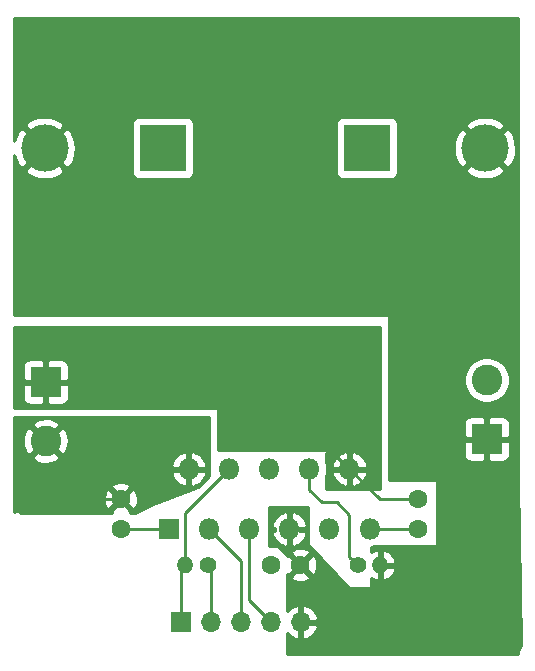
<source format=gbl>
G04 #@! TF.GenerationSoftware,KiCad,Pcbnew,(5.1.10)-1*
G04 #@! TF.CreationDate,2021-10-30T22:31:52+03:00*
G04 #@! TF.ProjectId,cmd_module_booster,636d645f-6d6f-4647-956c-655f626f6f73,rev?*
G04 #@! TF.SameCoordinates,Original*
G04 #@! TF.FileFunction,Copper,L2,Bot*
G04 #@! TF.FilePolarity,Positive*
%FSLAX46Y46*%
G04 Gerber Fmt 4.6, Leading zero omitted, Abs format (unit mm)*
G04 Created by KiCad (PCBNEW (5.1.10)-1) date 2021-10-30 22:31:52*
%MOMM*%
%LPD*%
G01*
G04 APERTURE LIST*
G04 #@! TA.AperFunction,ComponentPad*
%ADD10O,1.700000X1.700000*%
G04 #@! TD*
G04 #@! TA.AperFunction,ComponentPad*
%ADD11R,1.700000X1.700000*%
G04 #@! TD*
G04 #@! TA.AperFunction,ComponentPad*
%ADD12C,2.600000*%
G04 #@! TD*
G04 #@! TA.AperFunction,ComponentPad*
%ADD13R,2.600000X2.600000*%
G04 #@! TD*
G04 #@! TA.AperFunction,ComponentPad*
%ADD14C,4.000000*%
G04 #@! TD*
G04 #@! TA.AperFunction,ComponentPad*
%ADD15R,4.000000X4.000000*%
G04 #@! TD*
G04 #@! TA.AperFunction,ComponentPad*
%ADD16O,1.800000X1.800000*%
G04 #@! TD*
G04 #@! TA.AperFunction,ComponentPad*
%ADD17R,1.800000X1.800000*%
G04 #@! TD*
G04 #@! TA.AperFunction,ComponentPad*
%ADD18O,1.400000X1.400000*%
G04 #@! TD*
G04 #@! TA.AperFunction,ComponentPad*
%ADD19C,1.400000*%
G04 #@! TD*
G04 #@! TA.AperFunction,ComponentPad*
%ADD20C,1.600000*%
G04 #@! TD*
G04 #@! TA.AperFunction,Conductor*
%ADD21C,0.250000*%
G04 #@! TD*
G04 #@! TA.AperFunction,Conductor*
%ADD22C,0.254000*%
G04 #@! TD*
G04 #@! TA.AperFunction,Conductor*
%ADD23C,0.150000*%
G04 #@! TD*
G04 APERTURE END LIST*
D10*
X119380000Y-156972000D03*
X116840000Y-156972000D03*
X114300000Y-156972000D03*
X111760000Y-156972000D03*
D11*
X109220000Y-156972000D03*
D12*
X135128000Y-136478000D03*
D13*
X135128000Y-141478000D03*
D14*
X97696000Y-116840000D03*
D15*
X107696000Y-116840000D03*
D14*
X134968000Y-116840000D03*
D15*
X124968000Y-116840000D03*
D16*
X125204000Y-149098000D03*
X123504000Y-144018000D03*
X121804000Y-149098000D03*
X120104000Y-144018000D03*
X118404000Y-149098000D03*
X116704000Y-144018000D03*
X115004000Y-149098000D03*
X113304000Y-144018000D03*
X111604000Y-149098000D03*
X109904000Y-144018000D03*
D17*
X108204000Y-149098000D03*
D18*
X109606000Y-152146000D03*
D19*
X111506000Y-152146000D03*
D18*
X126106000Y-152146000D03*
D19*
X124206000Y-152146000D03*
D12*
X97790000Y-141652000D03*
D13*
X97790000Y-136652000D03*
D20*
X129286000Y-146598000D03*
X129286000Y-149098000D03*
X104140000Y-149058000D03*
X104140000Y-146558000D03*
X119340000Y-152146000D03*
X116840000Y-152146000D03*
D21*
X104180000Y-149098000D02*
X104140000Y-149058000D01*
X108204000Y-149098000D02*
X104180000Y-149098000D01*
X106680000Y-144018000D02*
X104140000Y-146558000D01*
X109904000Y-144018000D02*
X106680000Y-144018000D01*
X102696000Y-146558000D02*
X97790000Y-141652000D01*
X104140000Y-146558000D02*
X102696000Y-146558000D01*
X122278999Y-142792999D02*
X122278999Y-142090999D01*
X123504000Y-144018000D02*
X122278999Y-142792999D01*
X116840000Y-136652000D02*
X97790000Y-136652000D01*
X122278999Y-142090999D02*
X116840000Y-136652000D01*
X126084000Y-146598000D02*
X123504000Y-144018000D01*
X129286000Y-146598000D02*
X126084000Y-146598000D01*
X125204000Y-149098000D02*
X129286000Y-149098000D01*
X123506001Y-151446001D02*
X123506001Y-147890001D01*
X124206000Y-152146000D02*
X123506001Y-151446001D01*
X123506001Y-147890001D02*
X122428000Y-146812000D01*
X122428000Y-146812000D02*
X121158000Y-146812000D01*
X120104000Y-145758000D02*
X120104000Y-144018000D01*
X121158000Y-146812000D02*
X120104000Y-145758000D01*
X109220000Y-152532000D02*
X109606000Y-152146000D01*
X109220000Y-156972000D02*
X109220000Y-152532000D01*
X109606000Y-147716000D02*
X113304000Y-144018000D01*
X109606000Y-152146000D02*
X109606000Y-147716000D01*
X111760000Y-152400000D02*
X111506000Y-152146000D01*
X111760000Y-156972000D02*
X111760000Y-152400000D01*
X115004000Y-155136000D02*
X116840000Y-156972000D01*
X115004000Y-149098000D02*
X115004000Y-155136000D01*
X114300000Y-151794000D02*
X114300000Y-156972000D01*
X111604000Y-149098000D02*
X114300000Y-151794000D01*
D22*
X96999310Y-139875667D02*
X96752317Y-140007688D01*
X96620381Y-140302776D01*
X97790000Y-141472395D01*
X98959619Y-140302776D01*
X98827683Y-140007688D01*
X98486955Y-139836841D01*
X98451178Y-139827000D01*
X111379000Y-139827000D01*
X111379000Y-143600391D01*
X111346394Y-143492893D01*
X111216236Y-143221586D01*
X111035649Y-142980884D01*
X110811573Y-142780038D01*
X110552620Y-142626766D01*
X110268741Y-142526959D01*
X110031000Y-142647008D01*
X110031000Y-143891000D01*
X110051000Y-143891000D01*
X110051000Y-144145000D01*
X110031000Y-144145000D01*
X110031000Y-144165000D01*
X109777000Y-144165000D01*
X109777000Y-144145000D01*
X108533622Y-144145000D01*
X108412964Y-144382740D01*
X108461606Y-144543107D01*
X108591764Y-144814414D01*
X108772351Y-145055116D01*
X108996427Y-145255962D01*
X109255380Y-145409234D01*
X109539259Y-145509041D01*
X109776998Y-145388993D01*
X109776998Y-145502511D01*
X105380020Y-147701000D01*
X104908998Y-147701000D01*
X104953097Y-147550702D01*
X104140000Y-146737605D01*
X103326903Y-147550702D01*
X103371002Y-147701000D01*
X95631000Y-147701000D01*
X95631000Y-146628512D01*
X102699783Y-146628512D01*
X102741213Y-146908130D01*
X102836397Y-147174292D01*
X102903329Y-147299514D01*
X103147298Y-147371097D01*
X103960395Y-146558000D01*
X104319605Y-146558000D01*
X105132702Y-147371097D01*
X105376671Y-147299514D01*
X105497571Y-147044004D01*
X105566300Y-146769816D01*
X105580217Y-146487488D01*
X105538787Y-146207870D01*
X105443603Y-145941708D01*
X105376671Y-145816486D01*
X105132702Y-145744903D01*
X104319605Y-146558000D01*
X103960395Y-146558000D01*
X103147298Y-145744903D01*
X102903329Y-145816486D01*
X102782429Y-146071996D01*
X102713700Y-146346184D01*
X102699783Y-146628512D01*
X95631000Y-146628512D01*
X95631000Y-145565298D01*
X103326903Y-145565298D01*
X104140000Y-146378395D01*
X104953097Y-145565298D01*
X104881514Y-145321329D01*
X104626004Y-145200429D01*
X104351816Y-145131700D01*
X104069488Y-145117783D01*
X103789870Y-145159213D01*
X103523708Y-145254397D01*
X103398486Y-145321329D01*
X103326903Y-145565298D01*
X95631000Y-145565298D01*
X95631000Y-143653260D01*
X108412964Y-143653260D01*
X108533622Y-143891000D01*
X109777000Y-143891000D01*
X109777000Y-142647008D01*
X109539259Y-142526959D01*
X109255380Y-142626766D01*
X108996427Y-142780038D01*
X108772351Y-142980884D01*
X108591764Y-143221586D01*
X108461606Y-143492893D01*
X108412964Y-143653260D01*
X95631000Y-143653260D01*
X95631000Y-143001224D01*
X96620381Y-143001224D01*
X96752317Y-143296312D01*
X97093045Y-143467159D01*
X97460557Y-143568250D01*
X97840729Y-143595701D01*
X98218951Y-143548457D01*
X98580690Y-143428333D01*
X98827683Y-143296312D01*
X98959619Y-143001224D01*
X97790000Y-141831605D01*
X96620381Y-143001224D01*
X95631000Y-143001224D01*
X95631000Y-141702729D01*
X95846299Y-141702729D01*
X95893543Y-142080951D01*
X96013667Y-142442690D01*
X96145688Y-142689683D01*
X96440776Y-142821619D01*
X97610395Y-141652000D01*
X97969605Y-141652000D01*
X99139224Y-142821619D01*
X99434312Y-142689683D01*
X99605159Y-142348955D01*
X99706250Y-141981443D01*
X99733701Y-141601271D01*
X99686457Y-141223049D01*
X99566333Y-140861310D01*
X99434312Y-140614317D01*
X99139224Y-140482381D01*
X97969605Y-141652000D01*
X97610395Y-141652000D01*
X96440776Y-140482381D01*
X96145688Y-140614317D01*
X95974841Y-140955045D01*
X95873750Y-141322557D01*
X95846299Y-141702729D01*
X95631000Y-141702729D01*
X95631000Y-139827000D01*
X97145865Y-139827000D01*
X96999310Y-139875667D01*
G04 #@! TA.AperFunction,Conductor*
D23*
G36*
X96999310Y-139875667D02*
G01*
X96752317Y-140007688D01*
X96620381Y-140302776D01*
X97790000Y-141472395D01*
X98959619Y-140302776D01*
X98827683Y-140007688D01*
X98486955Y-139836841D01*
X98451178Y-139827000D01*
X111379000Y-139827000D01*
X111379000Y-143600391D01*
X111346394Y-143492893D01*
X111216236Y-143221586D01*
X111035649Y-142980884D01*
X110811573Y-142780038D01*
X110552620Y-142626766D01*
X110268741Y-142526959D01*
X110031000Y-142647008D01*
X110031000Y-143891000D01*
X110051000Y-143891000D01*
X110051000Y-144145000D01*
X110031000Y-144145000D01*
X110031000Y-144165000D01*
X109777000Y-144165000D01*
X109777000Y-144145000D01*
X108533622Y-144145000D01*
X108412964Y-144382740D01*
X108461606Y-144543107D01*
X108591764Y-144814414D01*
X108772351Y-145055116D01*
X108996427Y-145255962D01*
X109255380Y-145409234D01*
X109539259Y-145509041D01*
X109776998Y-145388993D01*
X109776998Y-145502511D01*
X105380020Y-147701000D01*
X104908998Y-147701000D01*
X104953097Y-147550702D01*
X104140000Y-146737605D01*
X103326903Y-147550702D01*
X103371002Y-147701000D01*
X95631000Y-147701000D01*
X95631000Y-146628512D01*
X102699783Y-146628512D01*
X102741213Y-146908130D01*
X102836397Y-147174292D01*
X102903329Y-147299514D01*
X103147298Y-147371097D01*
X103960395Y-146558000D01*
X104319605Y-146558000D01*
X105132702Y-147371097D01*
X105376671Y-147299514D01*
X105497571Y-147044004D01*
X105566300Y-146769816D01*
X105580217Y-146487488D01*
X105538787Y-146207870D01*
X105443603Y-145941708D01*
X105376671Y-145816486D01*
X105132702Y-145744903D01*
X104319605Y-146558000D01*
X103960395Y-146558000D01*
X103147298Y-145744903D01*
X102903329Y-145816486D01*
X102782429Y-146071996D01*
X102713700Y-146346184D01*
X102699783Y-146628512D01*
X95631000Y-146628512D01*
X95631000Y-145565298D01*
X103326903Y-145565298D01*
X104140000Y-146378395D01*
X104953097Y-145565298D01*
X104881514Y-145321329D01*
X104626004Y-145200429D01*
X104351816Y-145131700D01*
X104069488Y-145117783D01*
X103789870Y-145159213D01*
X103523708Y-145254397D01*
X103398486Y-145321329D01*
X103326903Y-145565298D01*
X95631000Y-145565298D01*
X95631000Y-143653260D01*
X108412964Y-143653260D01*
X108533622Y-143891000D01*
X109777000Y-143891000D01*
X109777000Y-142647008D01*
X109539259Y-142526959D01*
X109255380Y-142626766D01*
X108996427Y-142780038D01*
X108772351Y-142980884D01*
X108591764Y-143221586D01*
X108461606Y-143492893D01*
X108412964Y-143653260D01*
X95631000Y-143653260D01*
X95631000Y-143001224D01*
X96620381Y-143001224D01*
X96752317Y-143296312D01*
X97093045Y-143467159D01*
X97460557Y-143568250D01*
X97840729Y-143595701D01*
X98218951Y-143548457D01*
X98580690Y-143428333D01*
X98827683Y-143296312D01*
X98959619Y-143001224D01*
X97790000Y-141831605D01*
X96620381Y-143001224D01*
X95631000Y-143001224D01*
X95631000Y-141702729D01*
X95846299Y-141702729D01*
X95893543Y-142080951D01*
X96013667Y-142442690D01*
X96145688Y-142689683D01*
X96440776Y-142821619D01*
X97610395Y-141652000D01*
X97969605Y-141652000D01*
X99139224Y-142821619D01*
X99434312Y-142689683D01*
X99605159Y-142348955D01*
X99706250Y-141981443D01*
X99733701Y-141601271D01*
X99686457Y-141223049D01*
X99566333Y-140861310D01*
X99434312Y-140614317D01*
X99139224Y-140482381D01*
X97969605Y-141652000D01*
X97610395Y-141652000D01*
X96440776Y-140482381D01*
X96145688Y-140614317D01*
X95974841Y-140955045D01*
X95873750Y-141322557D01*
X95846299Y-141702729D01*
X95631000Y-141702729D01*
X95631000Y-139827000D01*
X97145865Y-139827000D01*
X96999310Y-139875667D01*
G37*
G04 #@! TD.AperFunction*
D22*
X111379000Y-144701510D02*
X111236131Y-144772945D01*
X111346394Y-144543107D01*
X111379000Y-144435609D01*
X111379000Y-144701510D01*
G04 #@! TA.AperFunction,Conductor*
D23*
G36*
X111379000Y-144701510D02*
G01*
X111236131Y-144772945D01*
X111346394Y-144543107D01*
X111379000Y-144435609D01*
X111379000Y-144701510D01*
G37*
G04 #@! TD.AperFunction*
D22*
X111379000Y-144351143D02*
X111274379Y-144145002D01*
X111379000Y-144145002D01*
X111379000Y-144351143D01*
G04 #@! TA.AperFunction,Conductor*
D23*
G36*
X111379000Y-144351143D02*
G01*
X111274379Y-144145002D01*
X111379000Y-144145002D01*
X111379000Y-144351143D01*
G37*
G04 #@! TD.AperFunction*
D22*
X111379000Y-143890998D02*
X111274379Y-143890998D01*
X111379000Y-143684857D01*
X111379000Y-143890998D01*
G04 #@! TA.AperFunction,Conductor*
D23*
G36*
X111379000Y-143890998D02*
G01*
X111274379Y-143890998D01*
X111379000Y-143684857D01*
X111379000Y-143890998D01*
G37*
G04 #@! TD.AperFunction*
D22*
X126111000Y-145669000D02*
X122047000Y-145669000D01*
X122047000Y-144494953D01*
X122061606Y-144543107D01*
X122191764Y-144814414D01*
X122372351Y-145055116D01*
X122596427Y-145255962D01*
X122855380Y-145409234D01*
X123139259Y-145509041D01*
X123377000Y-145388992D01*
X123377000Y-144145000D01*
X123631000Y-144145000D01*
X123631000Y-145388992D01*
X123868741Y-145509041D01*
X124152620Y-145409234D01*
X124411573Y-145255962D01*
X124635649Y-145055116D01*
X124816236Y-144814414D01*
X124946394Y-144543107D01*
X124995036Y-144382740D01*
X124874378Y-144145000D01*
X123631000Y-144145000D01*
X123377000Y-144145000D01*
X123357000Y-144145000D01*
X123357000Y-143891000D01*
X123377000Y-143891000D01*
X123377000Y-142647008D01*
X123631000Y-142647008D01*
X123631000Y-143891000D01*
X124874378Y-143891000D01*
X124995036Y-143653260D01*
X124946394Y-143492893D01*
X124816236Y-143221586D01*
X124635649Y-142980884D01*
X124411573Y-142780038D01*
X124152620Y-142626766D01*
X123868741Y-142526959D01*
X123631000Y-142647008D01*
X123377000Y-142647008D01*
X123139259Y-142526959D01*
X122855380Y-142626766D01*
X122596427Y-142780038D01*
X122372351Y-142980884D01*
X122191764Y-143221586D01*
X122061606Y-143492893D01*
X122047000Y-143541047D01*
X122047000Y-142494000D01*
X122044560Y-142469224D01*
X122037333Y-142445399D01*
X122025597Y-142423443D01*
X122009803Y-142404197D01*
X121990557Y-142388403D01*
X121968601Y-142376667D01*
X121944776Y-142369440D01*
X121920000Y-142367000D01*
X112395000Y-142367000D01*
X112395000Y-138938000D01*
X112392560Y-138913224D01*
X112385333Y-138889399D01*
X112373597Y-138867443D01*
X112357803Y-138848197D01*
X112338557Y-138832403D01*
X112316601Y-138820667D01*
X112292776Y-138813440D01*
X112269954Y-138811015D01*
X97507352Y-138583898D01*
X97663000Y-138428250D01*
X97663000Y-136779000D01*
X97917000Y-136779000D01*
X97917000Y-138428250D01*
X98075750Y-138587000D01*
X99090000Y-138590072D01*
X99214482Y-138577812D01*
X99334180Y-138541502D01*
X99444494Y-138482537D01*
X99541185Y-138403185D01*
X99620537Y-138306494D01*
X99679502Y-138196180D01*
X99715812Y-138076482D01*
X99728072Y-137952000D01*
X99725000Y-136937750D01*
X99566250Y-136779000D01*
X97917000Y-136779000D01*
X97663000Y-136779000D01*
X97643000Y-136779000D01*
X97643000Y-136525000D01*
X97663000Y-136525000D01*
X97663000Y-136505000D01*
X97917000Y-136505000D01*
X97917000Y-136525000D01*
X99566250Y-136525000D01*
X99725000Y-136366250D01*
X99728072Y-135352000D01*
X99715812Y-135227518D01*
X99679502Y-135107820D01*
X99620537Y-134997506D01*
X99541185Y-134900815D01*
X99444494Y-134821463D01*
X99334180Y-134762498D01*
X99283090Y-134747000D01*
X126111000Y-134747000D01*
X126111000Y-145669000D01*
G04 #@! TA.AperFunction,Conductor*
D23*
G36*
X126111000Y-145669000D02*
G01*
X122047000Y-145669000D01*
X122047000Y-144494953D01*
X122061606Y-144543107D01*
X122191764Y-144814414D01*
X122372351Y-145055116D01*
X122596427Y-145255962D01*
X122855380Y-145409234D01*
X123139259Y-145509041D01*
X123377000Y-145388992D01*
X123377000Y-144145000D01*
X123631000Y-144145000D01*
X123631000Y-145388992D01*
X123868741Y-145509041D01*
X124152620Y-145409234D01*
X124411573Y-145255962D01*
X124635649Y-145055116D01*
X124816236Y-144814414D01*
X124946394Y-144543107D01*
X124995036Y-144382740D01*
X124874378Y-144145000D01*
X123631000Y-144145000D01*
X123377000Y-144145000D01*
X123357000Y-144145000D01*
X123357000Y-143891000D01*
X123377000Y-143891000D01*
X123377000Y-142647008D01*
X123631000Y-142647008D01*
X123631000Y-143891000D01*
X124874378Y-143891000D01*
X124995036Y-143653260D01*
X124946394Y-143492893D01*
X124816236Y-143221586D01*
X124635649Y-142980884D01*
X124411573Y-142780038D01*
X124152620Y-142626766D01*
X123868741Y-142526959D01*
X123631000Y-142647008D01*
X123377000Y-142647008D01*
X123139259Y-142526959D01*
X122855380Y-142626766D01*
X122596427Y-142780038D01*
X122372351Y-142980884D01*
X122191764Y-143221586D01*
X122061606Y-143492893D01*
X122047000Y-143541047D01*
X122047000Y-142494000D01*
X122044560Y-142469224D01*
X122037333Y-142445399D01*
X122025597Y-142423443D01*
X122009803Y-142404197D01*
X121990557Y-142388403D01*
X121968601Y-142376667D01*
X121944776Y-142369440D01*
X121920000Y-142367000D01*
X112395000Y-142367000D01*
X112395000Y-138938000D01*
X112392560Y-138913224D01*
X112385333Y-138889399D01*
X112373597Y-138867443D01*
X112357803Y-138848197D01*
X112338557Y-138832403D01*
X112316601Y-138820667D01*
X112292776Y-138813440D01*
X112269954Y-138811015D01*
X97507352Y-138583898D01*
X97663000Y-138428250D01*
X97663000Y-136779000D01*
X97917000Y-136779000D01*
X97917000Y-138428250D01*
X98075750Y-138587000D01*
X99090000Y-138590072D01*
X99214482Y-138577812D01*
X99334180Y-138541502D01*
X99444494Y-138482537D01*
X99541185Y-138403185D01*
X99620537Y-138306494D01*
X99679502Y-138196180D01*
X99715812Y-138076482D01*
X99728072Y-137952000D01*
X99725000Y-136937750D01*
X99566250Y-136779000D01*
X97917000Y-136779000D01*
X97663000Y-136779000D01*
X97643000Y-136779000D01*
X97643000Y-136525000D01*
X97663000Y-136525000D01*
X97663000Y-136505000D01*
X97917000Y-136505000D01*
X97917000Y-136525000D01*
X99566250Y-136525000D01*
X99725000Y-136366250D01*
X99728072Y-135352000D01*
X99715812Y-135227518D01*
X99679502Y-135107820D01*
X99620537Y-134997506D01*
X99541185Y-134900815D01*
X99444494Y-134821463D01*
X99334180Y-134762498D01*
X99283090Y-134747000D01*
X126111000Y-134747000D01*
X126111000Y-145669000D01*
G37*
G04 #@! TD.AperFunction*
D22*
X122047000Y-144315677D02*
X122047000Y-144145002D01*
X122133621Y-144145002D01*
X122047000Y-144315677D01*
G04 #@! TA.AperFunction,Conductor*
D23*
G36*
X122047000Y-144315677D02*
G01*
X122047000Y-144145002D01*
X122133621Y-144145002D01*
X122047000Y-144315677D01*
G37*
G04 #@! TD.AperFunction*
D22*
X122133621Y-143890998D02*
X122047000Y-143890998D01*
X122047000Y-143720323D01*
X122133621Y-143890998D01*
G04 #@! TA.AperFunction,Conductor*
D23*
G36*
X122133621Y-143890998D02*
G01*
X122047000Y-143890998D01*
X122047000Y-143720323D01*
X122133621Y-143890998D01*
G37*
G04 #@! TD.AperFunction*
D22*
X95900498Y-138196180D02*
X95959463Y-138306494D01*
X96038815Y-138403185D01*
X96135506Y-138482537D01*
X96245820Y-138541502D01*
X96325650Y-138565718D01*
X95885000Y-138558939D01*
X95885000Y-138145090D01*
X95900498Y-138196180D01*
G04 #@! TA.AperFunction,Conductor*
D23*
G36*
X95900498Y-138196180D02*
G01*
X95959463Y-138306494D01*
X96038815Y-138403185D01*
X96135506Y-138482537D01*
X96245820Y-138541502D01*
X96325650Y-138565718D01*
X95885000Y-138558939D01*
X95885000Y-138145090D01*
X95900498Y-138196180D01*
G37*
G04 #@! TD.AperFunction*
D22*
X95885000Y-136907750D02*
X95885000Y-136779002D01*
X96013748Y-136779002D01*
X95885000Y-136907750D01*
G04 #@! TA.AperFunction,Conductor*
D23*
G36*
X95885000Y-136907750D02*
G01*
X95885000Y-136779002D01*
X96013748Y-136779002D01*
X95885000Y-136907750D01*
G37*
G04 #@! TD.AperFunction*
D22*
X96013748Y-136524998D02*
X95885000Y-136524998D01*
X95885000Y-136396250D01*
X96013748Y-136524998D01*
G04 #@! TA.AperFunction,Conductor*
D23*
G36*
X96013748Y-136524998D02*
G01*
X95885000Y-136524998D01*
X95885000Y-136396250D01*
X96013748Y-136524998D01*
G37*
G04 #@! TD.AperFunction*
D22*
X96245820Y-134762498D02*
X96135506Y-134821463D01*
X96038815Y-134900815D01*
X95959463Y-134997506D01*
X95900498Y-135107820D01*
X95885000Y-135158910D01*
X95885000Y-134747000D01*
X96296910Y-134747000D01*
X96245820Y-134762498D01*
G04 #@! TA.AperFunction,Conductor*
D23*
G36*
X96245820Y-134762498D02*
G01*
X96135506Y-134821463D01*
X96038815Y-134900815D01*
X95959463Y-134997506D01*
X95900498Y-135107820D01*
X95885000Y-135158910D01*
X95885000Y-134747000D01*
X96296910Y-134747000D01*
X96245820Y-134762498D01*
G37*
G04 #@! TD.AperFunction*
D22*
X97662998Y-134875748D02*
X97534250Y-134747000D01*
X97662998Y-134747000D01*
X97662998Y-134875748D01*
G04 #@! TA.AperFunction,Conductor*
D23*
G36*
X97662998Y-134875748D02*
G01*
X97534250Y-134747000D01*
X97662998Y-134747000D01*
X97662998Y-134875748D01*
G37*
G04 #@! TD.AperFunction*
D22*
X97917002Y-134875748D02*
X97917002Y-134747000D01*
X98045750Y-134747000D01*
X97917002Y-134875748D01*
G04 #@! TA.AperFunction,Conductor*
D23*
G36*
X97917002Y-134875748D02*
G01*
X97917002Y-134747000D01*
X98045750Y-134747000D01*
X97917002Y-134875748D01*
G37*
G04 #@! TD.AperFunction*
D22*
X122180348Y-143245381D02*
X122061606Y-143492893D01*
X122012964Y-143653260D01*
X122133622Y-143891000D01*
X122527989Y-143891000D01*
X122664758Y-144145000D01*
X122133622Y-144145000D01*
X122012964Y-144382740D01*
X122061606Y-144543107D01*
X122191764Y-144814414D01*
X122372351Y-145055116D01*
X122596427Y-145255962D01*
X122855380Y-145409234D01*
X123139259Y-145509041D01*
X123343664Y-145405825D01*
X123376998Y-145467731D01*
X123376998Y-145553000D01*
X123422912Y-145553000D01*
X123485374Y-145669000D01*
X121539000Y-145669000D01*
X121539000Y-144564752D01*
X121580011Y-144465743D01*
X121639000Y-144169184D01*
X121639000Y-143866816D01*
X121580011Y-143570257D01*
X121539000Y-143471248D01*
X121539000Y-142621000D01*
X121844143Y-142621000D01*
X122180348Y-143245381D01*
G04 #@! TA.AperFunction,Conductor*
D23*
G36*
X122180348Y-143245381D02*
G01*
X122061606Y-143492893D01*
X122012964Y-143653260D01*
X122133622Y-143891000D01*
X122527989Y-143891000D01*
X122664758Y-144145000D01*
X122133622Y-144145000D01*
X122012964Y-144382740D01*
X122061606Y-144543107D01*
X122191764Y-144814414D01*
X122372351Y-145055116D01*
X122596427Y-145255962D01*
X122855380Y-145409234D01*
X123139259Y-145509041D01*
X123343664Y-145405825D01*
X123376998Y-145467731D01*
X123376998Y-145553000D01*
X123422912Y-145553000D01*
X123485374Y-145669000D01*
X121539000Y-145669000D01*
X121539000Y-144564752D01*
X121580011Y-144465743D01*
X121639000Y-144169184D01*
X121639000Y-143866816D01*
X121580011Y-143570257D01*
X121539000Y-143471248D01*
X121539000Y-142621000D01*
X121844143Y-142621000D01*
X122180348Y-143245381D01*
G37*
G04 #@! TD.AperFunction*
D22*
X98969916Y-134714292D02*
X98075750Y-134717000D01*
X97917000Y-134875750D01*
X97917000Y-136525000D01*
X99566250Y-136525000D01*
X99725000Y-136366250D01*
X99728072Y-135352000D01*
X99715812Y-135227518D01*
X99679502Y-135107820D01*
X99620537Y-134997506D01*
X99541185Y-134900815D01*
X99516668Y-134880695D01*
X112430529Y-138811000D01*
X95123000Y-138811000D01*
X95123000Y-137952000D01*
X95851928Y-137952000D01*
X95864188Y-138076482D01*
X95900498Y-138196180D01*
X95959463Y-138306494D01*
X96038815Y-138403185D01*
X96135506Y-138482537D01*
X96245820Y-138541502D01*
X96365518Y-138577812D01*
X96490000Y-138590072D01*
X97504250Y-138587000D01*
X97663000Y-138428250D01*
X97663000Y-136779000D01*
X97917000Y-136779000D01*
X97917000Y-138428250D01*
X98075750Y-138587000D01*
X99090000Y-138590072D01*
X99214482Y-138577812D01*
X99334180Y-138541502D01*
X99444494Y-138482537D01*
X99541185Y-138403185D01*
X99620537Y-138306494D01*
X99679502Y-138196180D01*
X99715812Y-138076482D01*
X99728072Y-137952000D01*
X99725000Y-136937750D01*
X99566250Y-136779000D01*
X97917000Y-136779000D01*
X97663000Y-136779000D01*
X96013750Y-136779000D01*
X95855000Y-136937750D01*
X95851928Y-137952000D01*
X95123000Y-137952000D01*
X95123000Y-135352000D01*
X95851928Y-135352000D01*
X95855000Y-136366250D01*
X96013750Y-136525000D01*
X97663000Y-136525000D01*
X97663000Y-134875750D01*
X97504250Y-134717000D01*
X96490000Y-134713928D01*
X96365518Y-134726188D01*
X96245820Y-134762498D01*
X96135506Y-134821463D01*
X96038815Y-134900815D01*
X95959463Y-134997506D01*
X95900498Y-135107820D01*
X95864188Y-135227518D01*
X95851928Y-135352000D01*
X95123000Y-135352000D01*
X95123000Y-133731000D01*
X95739100Y-133731000D01*
X98969916Y-134714292D01*
G04 #@! TA.AperFunction,Conductor*
D23*
G36*
X98969916Y-134714292D02*
G01*
X98075750Y-134717000D01*
X97917000Y-134875750D01*
X97917000Y-136525000D01*
X99566250Y-136525000D01*
X99725000Y-136366250D01*
X99728072Y-135352000D01*
X99715812Y-135227518D01*
X99679502Y-135107820D01*
X99620537Y-134997506D01*
X99541185Y-134900815D01*
X99516668Y-134880695D01*
X112430529Y-138811000D01*
X95123000Y-138811000D01*
X95123000Y-137952000D01*
X95851928Y-137952000D01*
X95864188Y-138076482D01*
X95900498Y-138196180D01*
X95959463Y-138306494D01*
X96038815Y-138403185D01*
X96135506Y-138482537D01*
X96245820Y-138541502D01*
X96365518Y-138577812D01*
X96490000Y-138590072D01*
X97504250Y-138587000D01*
X97663000Y-138428250D01*
X97663000Y-136779000D01*
X97917000Y-136779000D01*
X97917000Y-138428250D01*
X98075750Y-138587000D01*
X99090000Y-138590072D01*
X99214482Y-138577812D01*
X99334180Y-138541502D01*
X99444494Y-138482537D01*
X99541185Y-138403185D01*
X99620537Y-138306494D01*
X99679502Y-138196180D01*
X99715812Y-138076482D01*
X99728072Y-137952000D01*
X99725000Y-136937750D01*
X99566250Y-136779000D01*
X97917000Y-136779000D01*
X97663000Y-136779000D01*
X96013750Y-136779000D01*
X95855000Y-136937750D01*
X95851928Y-137952000D01*
X95123000Y-137952000D01*
X95123000Y-135352000D01*
X95851928Y-135352000D01*
X95855000Y-136366250D01*
X96013750Y-136525000D01*
X97663000Y-136525000D01*
X97663000Y-134875750D01*
X97504250Y-134717000D01*
X96490000Y-134713928D01*
X96365518Y-134726188D01*
X96245820Y-134762498D01*
X96135506Y-134821463D01*
X96038815Y-134900815D01*
X95959463Y-134997506D01*
X95900498Y-135107820D01*
X95864188Y-135227518D01*
X95851928Y-135352000D01*
X95123000Y-135352000D01*
X95123000Y-133731000D01*
X95739100Y-133731000D01*
X98969916Y-134714292D01*
G37*
G04 #@! TD.AperFunction*
D22*
X126111000Y-134749065D02*
X99702004Y-135182000D01*
X99679502Y-135107820D01*
X99620537Y-134997506D01*
X99541185Y-134900815D01*
X99444494Y-134821463D01*
X99334180Y-134762498D01*
X99214482Y-134726188D01*
X99090000Y-134713928D01*
X98075750Y-134717000D01*
X97917000Y-134875750D01*
X97917000Y-135211262D01*
X97663000Y-135215426D01*
X97663000Y-134875750D01*
X97504250Y-134717000D01*
X96490000Y-134713928D01*
X96365518Y-134726188D01*
X96245820Y-134762498D01*
X96135506Y-134821463D01*
X96038815Y-134900815D01*
X95959463Y-134997506D01*
X95900498Y-135107820D01*
X95864188Y-135227518D01*
X95862472Y-135244943D01*
X95419166Y-135252210D01*
X95853797Y-133731000D01*
X126111000Y-133731000D01*
X126111000Y-134749065D01*
G04 #@! TA.AperFunction,Conductor*
D23*
G36*
X126111000Y-134749065D02*
G01*
X99702004Y-135182000D01*
X99679502Y-135107820D01*
X99620537Y-134997506D01*
X99541185Y-134900815D01*
X99444494Y-134821463D01*
X99334180Y-134762498D01*
X99214482Y-134726188D01*
X99090000Y-134713928D01*
X98075750Y-134717000D01*
X97917000Y-134875750D01*
X97917000Y-135211262D01*
X97663000Y-135215426D01*
X97663000Y-134875750D01*
X97504250Y-134717000D01*
X96490000Y-134713928D01*
X96365518Y-134726188D01*
X96245820Y-134762498D01*
X96135506Y-134821463D01*
X96038815Y-134900815D01*
X95959463Y-134997506D01*
X95900498Y-135107820D01*
X95864188Y-135227518D01*
X95862472Y-135244943D01*
X95419166Y-135252210D01*
X95853797Y-133731000D01*
X126111000Y-133731000D01*
X126111000Y-134749065D01*
G37*
G04 #@! TD.AperFunction*
D22*
X111633000Y-144614199D02*
X110679811Y-145567388D01*
X105387355Y-147602948D01*
X106729108Y-144382740D01*
X108412964Y-144382740D01*
X108461606Y-144543107D01*
X108591764Y-144814414D01*
X108772351Y-145055116D01*
X108996427Y-145255962D01*
X109255380Y-145409234D01*
X109539259Y-145509041D01*
X109777000Y-145388992D01*
X109777000Y-144145000D01*
X110031000Y-144145000D01*
X110031000Y-145388992D01*
X110268741Y-145509041D01*
X110552620Y-145409234D01*
X110811573Y-145255962D01*
X111035649Y-145055116D01*
X111216236Y-144814414D01*
X111346394Y-144543107D01*
X111395036Y-144382740D01*
X111274378Y-144145000D01*
X110031000Y-144145000D01*
X109777000Y-144145000D01*
X108533622Y-144145000D01*
X108412964Y-144382740D01*
X106729108Y-144382740D01*
X107033058Y-143653260D01*
X108412964Y-143653260D01*
X108533622Y-143891000D01*
X109777000Y-143891000D01*
X109777000Y-142647008D01*
X110031000Y-142647008D01*
X110031000Y-143891000D01*
X111274378Y-143891000D01*
X111395036Y-143653260D01*
X111346394Y-143492893D01*
X111216236Y-143221586D01*
X111035649Y-142980884D01*
X110811573Y-142780038D01*
X110552620Y-142626766D01*
X110268741Y-142526959D01*
X110031000Y-142647008D01*
X109777000Y-142647008D01*
X109539259Y-142526959D01*
X109255380Y-142626766D01*
X108996427Y-142780038D01*
X108772351Y-142980884D01*
X108591764Y-143221586D01*
X108461606Y-143492893D01*
X108412964Y-143653260D01*
X107033058Y-143653260D01*
X107780667Y-141859000D01*
X111633000Y-141859000D01*
X111633000Y-144614199D01*
G04 #@! TA.AperFunction,Conductor*
D23*
G36*
X111633000Y-144614199D02*
G01*
X110679811Y-145567388D01*
X105387355Y-147602948D01*
X106729108Y-144382740D01*
X108412964Y-144382740D01*
X108461606Y-144543107D01*
X108591764Y-144814414D01*
X108772351Y-145055116D01*
X108996427Y-145255962D01*
X109255380Y-145409234D01*
X109539259Y-145509041D01*
X109777000Y-145388992D01*
X109777000Y-144145000D01*
X110031000Y-144145000D01*
X110031000Y-145388992D01*
X110268741Y-145509041D01*
X110552620Y-145409234D01*
X110811573Y-145255962D01*
X111035649Y-145055116D01*
X111216236Y-144814414D01*
X111346394Y-144543107D01*
X111395036Y-144382740D01*
X111274378Y-144145000D01*
X110031000Y-144145000D01*
X109777000Y-144145000D01*
X108533622Y-144145000D01*
X108412964Y-144382740D01*
X106729108Y-144382740D01*
X107033058Y-143653260D01*
X108412964Y-143653260D01*
X108533622Y-143891000D01*
X109777000Y-143891000D01*
X109777000Y-142647008D01*
X110031000Y-142647008D01*
X110031000Y-143891000D01*
X111274378Y-143891000D01*
X111395036Y-143653260D01*
X111346394Y-143492893D01*
X111216236Y-143221586D01*
X111035649Y-142980884D01*
X110811573Y-142780038D01*
X110552620Y-142626766D01*
X110268741Y-142526959D01*
X110031000Y-142647008D01*
X109777000Y-142647008D01*
X109539259Y-142526959D01*
X109255380Y-142626766D01*
X108996427Y-142780038D01*
X108772351Y-142980884D01*
X108591764Y-143221586D01*
X108461606Y-143492893D01*
X108412964Y-143653260D01*
X107033058Y-143653260D01*
X107780667Y-141859000D01*
X111633000Y-141859000D01*
X111633000Y-144614199D01*
G37*
G04 #@! TD.AperFunction*
D22*
X111633000Y-142906402D02*
X111095795Y-143061052D01*
X111035649Y-142980884D01*
X110811573Y-142780038D01*
X110552620Y-142626766D01*
X110268741Y-142526959D01*
X110031000Y-142647008D01*
X110031000Y-143367584D01*
X109777000Y-143440705D01*
X109777000Y-142647008D01*
X109539259Y-142526959D01*
X109255380Y-142626766D01*
X108996427Y-142780038D01*
X108772351Y-142980884D01*
X108591764Y-143221586D01*
X108461606Y-143492893D01*
X108412964Y-143653260D01*
X108492726Y-143810420D01*
X103826086Y-145153847D01*
X103789870Y-145159213D01*
X103717315Y-145185160D01*
X95123000Y-147659281D01*
X95123000Y-143001224D01*
X96620381Y-143001224D01*
X96752317Y-143296312D01*
X97093045Y-143467159D01*
X97460557Y-143568250D01*
X97840729Y-143595701D01*
X98218951Y-143548457D01*
X98580690Y-143428333D01*
X98827683Y-143296312D01*
X98959619Y-143001224D01*
X97790000Y-141831605D01*
X96620381Y-143001224D01*
X95123000Y-143001224D01*
X95123000Y-141702729D01*
X95846299Y-141702729D01*
X95893543Y-142080951D01*
X96013667Y-142442690D01*
X96145688Y-142689683D01*
X96440776Y-142821619D01*
X97610395Y-141652000D01*
X97969605Y-141652000D01*
X99139224Y-142821619D01*
X99434312Y-142689683D01*
X99605159Y-142348955D01*
X99706250Y-141981443D01*
X99733701Y-141601271D01*
X99686457Y-141223049D01*
X99566333Y-140861310D01*
X99434312Y-140614317D01*
X99139224Y-140482381D01*
X97969605Y-141652000D01*
X97610395Y-141652000D01*
X96440776Y-140482381D01*
X96145688Y-140614317D01*
X95974841Y-140955045D01*
X95873750Y-141322557D01*
X95846299Y-141702729D01*
X95123000Y-141702729D01*
X95123000Y-140302776D01*
X96620381Y-140302776D01*
X97790000Y-141472395D01*
X98959619Y-140302776D01*
X98827683Y-140007688D01*
X98486955Y-139836841D01*
X98119443Y-139735750D01*
X97739271Y-139708299D01*
X97361049Y-139755543D01*
X96999310Y-139875667D01*
X96752317Y-140007688D01*
X96620381Y-140302776D01*
X95123000Y-140302776D01*
X95123000Y-139573000D01*
X111633000Y-139573000D01*
X111633000Y-142906402D01*
G04 #@! TA.AperFunction,Conductor*
D23*
G36*
X111633000Y-142906402D02*
G01*
X111095795Y-143061052D01*
X111035649Y-142980884D01*
X110811573Y-142780038D01*
X110552620Y-142626766D01*
X110268741Y-142526959D01*
X110031000Y-142647008D01*
X110031000Y-143367584D01*
X109777000Y-143440705D01*
X109777000Y-142647008D01*
X109539259Y-142526959D01*
X109255380Y-142626766D01*
X108996427Y-142780038D01*
X108772351Y-142980884D01*
X108591764Y-143221586D01*
X108461606Y-143492893D01*
X108412964Y-143653260D01*
X108492726Y-143810420D01*
X103826086Y-145153847D01*
X103789870Y-145159213D01*
X103717315Y-145185160D01*
X95123000Y-147659281D01*
X95123000Y-143001224D01*
X96620381Y-143001224D01*
X96752317Y-143296312D01*
X97093045Y-143467159D01*
X97460557Y-143568250D01*
X97840729Y-143595701D01*
X98218951Y-143548457D01*
X98580690Y-143428333D01*
X98827683Y-143296312D01*
X98959619Y-143001224D01*
X97790000Y-141831605D01*
X96620381Y-143001224D01*
X95123000Y-143001224D01*
X95123000Y-141702729D01*
X95846299Y-141702729D01*
X95893543Y-142080951D01*
X96013667Y-142442690D01*
X96145688Y-142689683D01*
X96440776Y-142821619D01*
X97610395Y-141652000D01*
X97969605Y-141652000D01*
X99139224Y-142821619D01*
X99434312Y-142689683D01*
X99605159Y-142348955D01*
X99706250Y-141981443D01*
X99733701Y-141601271D01*
X99686457Y-141223049D01*
X99566333Y-140861310D01*
X99434312Y-140614317D01*
X99139224Y-140482381D01*
X97969605Y-141652000D01*
X97610395Y-141652000D01*
X96440776Y-140482381D01*
X96145688Y-140614317D01*
X95974841Y-140955045D01*
X95873750Y-141322557D01*
X95846299Y-141702729D01*
X95123000Y-141702729D01*
X95123000Y-140302776D01*
X96620381Y-140302776D01*
X97790000Y-141472395D01*
X98959619Y-140302776D01*
X98827683Y-140007688D01*
X98486955Y-139836841D01*
X98119443Y-139735750D01*
X97739271Y-139708299D01*
X97361049Y-139755543D01*
X96999310Y-139875667D01*
X96752317Y-140007688D01*
X96620381Y-140302776D01*
X95123000Y-140302776D01*
X95123000Y-139573000D01*
X111633000Y-139573000D01*
X111633000Y-142906402D01*
G37*
G04 #@! TD.AperFunction*
D22*
X126111000Y-135504803D02*
X95123000Y-134497063D01*
X95123000Y-131953000D01*
X126111000Y-131953000D01*
X126111000Y-135504803D01*
G04 #@! TA.AperFunction,Conductor*
D23*
G36*
X126111000Y-135504803D02*
G01*
X95123000Y-134497063D01*
X95123000Y-131953000D01*
X126111000Y-131953000D01*
X126111000Y-135504803D01*
G37*
G04 #@! TD.AperFunction*
D22*
X119507000Y-148035205D02*
X119311573Y-147860038D01*
X119052620Y-147706766D01*
X118768741Y-147606959D01*
X118531000Y-147727008D01*
X118531000Y-148971000D01*
X118551000Y-148971000D01*
X118551000Y-149225000D01*
X118531000Y-149225000D01*
X118531000Y-150468992D01*
X118768741Y-150589041D01*
X119052620Y-150489234D01*
X119311573Y-150335962D01*
X119535649Y-150135116D01*
X119617034Y-150026640D01*
X128736452Y-159639000D01*
X118237000Y-159639000D01*
X118237000Y-157911242D01*
X118379731Y-158069588D01*
X118613080Y-158243641D01*
X118875901Y-158368825D01*
X119023110Y-158413476D01*
X119253000Y-158292155D01*
X119253000Y-157099000D01*
X119507000Y-157099000D01*
X119507000Y-158292155D01*
X119736890Y-158413476D01*
X119884099Y-158368825D01*
X120146920Y-158243641D01*
X120380269Y-158069588D01*
X120575178Y-157853355D01*
X120724157Y-157603252D01*
X120821481Y-157328891D01*
X120700814Y-157099000D01*
X119507000Y-157099000D01*
X119253000Y-157099000D01*
X119233000Y-157099000D01*
X119233000Y-156845000D01*
X119253000Y-156845000D01*
X119253000Y-155651845D01*
X119507000Y-155651845D01*
X119507000Y-156845000D01*
X120700814Y-156845000D01*
X120821481Y-156615109D01*
X120724157Y-156340748D01*
X120575178Y-156090645D01*
X120380269Y-155874412D01*
X120146920Y-155700359D01*
X119884099Y-155575175D01*
X119736890Y-155530524D01*
X119507000Y-155651845D01*
X119253000Y-155651845D01*
X119023110Y-155530524D01*
X118875901Y-155575175D01*
X118613080Y-155700359D01*
X118379731Y-155874412D01*
X118237000Y-156032758D01*
X118237000Y-153138702D01*
X118526903Y-153138702D01*
X118598486Y-153382671D01*
X118853996Y-153503571D01*
X119128184Y-153572300D01*
X119410512Y-153586217D01*
X119690130Y-153544787D01*
X119956292Y-153449603D01*
X120081514Y-153382671D01*
X120153097Y-153138702D01*
X119340000Y-152325605D01*
X118526903Y-153138702D01*
X118237000Y-153138702D01*
X118237000Y-152926734D01*
X118347298Y-152959097D01*
X119160395Y-152146000D01*
X119519605Y-152146000D01*
X120332702Y-152959097D01*
X120576671Y-152887514D01*
X120697571Y-152632004D01*
X120766300Y-152357816D01*
X120780217Y-152075488D01*
X120738787Y-151795870D01*
X120643603Y-151529708D01*
X120576671Y-151404486D01*
X120332702Y-151332903D01*
X119519605Y-152146000D01*
X119160395Y-152146000D01*
X118347298Y-151332903D01*
X118235207Y-151365792D01*
X118234560Y-151359224D01*
X118227333Y-151335399D01*
X118215597Y-151313443D01*
X118199803Y-151294197D01*
X118058904Y-151153298D01*
X118526903Y-151153298D01*
X119340000Y-151966395D01*
X120153097Y-151153298D01*
X120081514Y-150909329D01*
X119826004Y-150788429D01*
X119551816Y-150719700D01*
X119269488Y-150705783D01*
X118989870Y-150747213D01*
X118723708Y-150842397D01*
X118598486Y-150909329D01*
X118526903Y-151153298D01*
X118058904Y-151153298D01*
X117475000Y-150569394D01*
X117475000Y-150316756D01*
X117496427Y-150335962D01*
X117755380Y-150489234D01*
X118039259Y-150589041D01*
X118277000Y-150468992D01*
X118277000Y-149225000D01*
X118257000Y-149225000D01*
X118257000Y-148971000D01*
X118277000Y-148971000D01*
X118277000Y-147727008D01*
X118039259Y-147606959D01*
X117755380Y-147706766D01*
X117496427Y-147860038D01*
X117475000Y-147879244D01*
X117475000Y-147193000D01*
X119507000Y-147193000D01*
X119507000Y-148035205D01*
G04 #@! TA.AperFunction,Conductor*
D23*
G36*
X119507000Y-148035205D02*
G01*
X119311573Y-147860038D01*
X119052620Y-147706766D01*
X118768741Y-147606959D01*
X118531000Y-147727008D01*
X118531000Y-148971000D01*
X118551000Y-148971000D01*
X118551000Y-149225000D01*
X118531000Y-149225000D01*
X118531000Y-150468992D01*
X118768741Y-150589041D01*
X119052620Y-150489234D01*
X119311573Y-150335962D01*
X119535649Y-150135116D01*
X119617034Y-150026640D01*
X128736452Y-159639000D01*
X118237000Y-159639000D01*
X118237000Y-157911242D01*
X118379731Y-158069588D01*
X118613080Y-158243641D01*
X118875901Y-158368825D01*
X119023110Y-158413476D01*
X119253000Y-158292155D01*
X119253000Y-157099000D01*
X119507000Y-157099000D01*
X119507000Y-158292155D01*
X119736890Y-158413476D01*
X119884099Y-158368825D01*
X120146920Y-158243641D01*
X120380269Y-158069588D01*
X120575178Y-157853355D01*
X120724157Y-157603252D01*
X120821481Y-157328891D01*
X120700814Y-157099000D01*
X119507000Y-157099000D01*
X119253000Y-157099000D01*
X119233000Y-157099000D01*
X119233000Y-156845000D01*
X119253000Y-156845000D01*
X119253000Y-155651845D01*
X119507000Y-155651845D01*
X119507000Y-156845000D01*
X120700814Y-156845000D01*
X120821481Y-156615109D01*
X120724157Y-156340748D01*
X120575178Y-156090645D01*
X120380269Y-155874412D01*
X120146920Y-155700359D01*
X119884099Y-155575175D01*
X119736890Y-155530524D01*
X119507000Y-155651845D01*
X119253000Y-155651845D01*
X119023110Y-155530524D01*
X118875901Y-155575175D01*
X118613080Y-155700359D01*
X118379731Y-155874412D01*
X118237000Y-156032758D01*
X118237000Y-153138702D01*
X118526903Y-153138702D01*
X118598486Y-153382671D01*
X118853996Y-153503571D01*
X119128184Y-153572300D01*
X119410512Y-153586217D01*
X119690130Y-153544787D01*
X119956292Y-153449603D01*
X120081514Y-153382671D01*
X120153097Y-153138702D01*
X119340000Y-152325605D01*
X118526903Y-153138702D01*
X118237000Y-153138702D01*
X118237000Y-152926734D01*
X118347298Y-152959097D01*
X119160395Y-152146000D01*
X119519605Y-152146000D01*
X120332702Y-152959097D01*
X120576671Y-152887514D01*
X120697571Y-152632004D01*
X120766300Y-152357816D01*
X120780217Y-152075488D01*
X120738787Y-151795870D01*
X120643603Y-151529708D01*
X120576671Y-151404486D01*
X120332702Y-151332903D01*
X119519605Y-152146000D01*
X119160395Y-152146000D01*
X118347298Y-151332903D01*
X118235207Y-151365792D01*
X118234560Y-151359224D01*
X118227333Y-151335399D01*
X118215597Y-151313443D01*
X118199803Y-151294197D01*
X118058904Y-151153298D01*
X118526903Y-151153298D01*
X119340000Y-151966395D01*
X120153097Y-151153298D01*
X120081514Y-150909329D01*
X119826004Y-150788429D01*
X119551816Y-150719700D01*
X119269488Y-150705783D01*
X118989870Y-150747213D01*
X118723708Y-150842397D01*
X118598486Y-150909329D01*
X118526903Y-151153298D01*
X118058904Y-151153298D01*
X117475000Y-150569394D01*
X117475000Y-150316756D01*
X117496427Y-150335962D01*
X117755380Y-150489234D01*
X118039259Y-150589041D01*
X118277000Y-150468992D01*
X118277000Y-149225000D01*
X118257000Y-149225000D01*
X118257000Y-148971000D01*
X118277000Y-148971000D01*
X118277000Y-147727008D01*
X118039259Y-147606959D01*
X117755380Y-147706766D01*
X117496427Y-147860038D01*
X117475000Y-147879244D01*
X117475000Y-147193000D01*
X119507000Y-147193000D01*
X119507000Y-148035205D01*
G37*
G04 #@! TD.AperFunction*
D22*
X117272351Y-150135116D02*
X117475000Y-150316756D01*
X117475000Y-150495000D01*
X117221000Y-150495000D01*
X117221000Y-150066671D01*
X117272351Y-150135116D01*
G04 #@! TA.AperFunction,Conductor*
D23*
G36*
X117272351Y-150135116D02*
G01*
X117475000Y-150316756D01*
X117475000Y-150495000D01*
X117221000Y-150495000D01*
X117221000Y-150066671D01*
X117272351Y-150135116D01*
G37*
G04 #@! TD.AperFunction*
D22*
X117475000Y-147879244D02*
X117272351Y-148060884D01*
X117221000Y-148129329D01*
X117221000Y-147193000D01*
X117475000Y-147193000D01*
X117475000Y-147879244D01*
G04 #@! TA.AperFunction,Conductor*
D23*
G36*
X117475000Y-147879244D02*
G01*
X117272351Y-148060884D01*
X117221000Y-148129329D01*
X117221000Y-147193000D01*
X117475000Y-147193000D01*
X117475000Y-147879244D01*
G37*
G04 #@! TD.AperFunction*
D22*
X117221000Y-148129329D02*
X117091764Y-148301586D01*
X116961606Y-148572893D01*
X116912964Y-148733260D01*
X117033622Y-148971000D01*
X117221000Y-148971000D01*
X117221000Y-149225000D01*
X117033622Y-149225000D01*
X116912964Y-149462740D01*
X116961606Y-149623107D01*
X117091764Y-149894414D01*
X117221000Y-150066671D01*
X117221000Y-150495000D01*
X116713000Y-150495000D01*
X116713000Y-147193000D01*
X117221000Y-147193000D01*
X117221000Y-148129329D01*
G04 #@! TA.AperFunction,Conductor*
D23*
G36*
X117221000Y-148129329D02*
G01*
X117091764Y-148301586D01*
X116961606Y-148572893D01*
X116912964Y-148733260D01*
X117033622Y-148971000D01*
X117221000Y-148971000D01*
X117221000Y-149225000D01*
X117033622Y-149225000D01*
X116912964Y-149462740D01*
X116961606Y-149623107D01*
X117091764Y-149894414D01*
X117221000Y-150066671D01*
X117221000Y-150495000D01*
X116713000Y-150495000D01*
X116713000Y-147193000D01*
X117221000Y-147193000D01*
X117221000Y-148129329D01*
G37*
G04 #@! TD.AperFunction*
D22*
X119507000Y-148035205D02*
X119311573Y-147860038D01*
X119052620Y-147706766D01*
X118999000Y-147687914D01*
X118999000Y-147193000D01*
X119507000Y-147193000D01*
X119507000Y-148035205D01*
G04 #@! TA.AperFunction,Conductor*
D23*
G36*
X119507000Y-148035205D02*
G01*
X119311573Y-147860038D01*
X119052620Y-147706766D01*
X118999000Y-147687914D01*
X118999000Y-147193000D01*
X119507000Y-147193000D01*
X119507000Y-148035205D01*
G37*
G04 #@! TD.AperFunction*
D22*
X120015000Y-150495000D02*
X119253000Y-150495000D01*
X119253000Y-150370631D01*
X119311573Y-150335962D01*
X119535649Y-150135116D01*
X119716236Y-149894414D01*
X119846394Y-149623107D01*
X119895036Y-149462740D01*
X119774378Y-149225000D01*
X119253000Y-149225000D01*
X119253000Y-148971000D01*
X119774378Y-148971000D01*
X119895036Y-148733260D01*
X119846394Y-148572893D01*
X119716236Y-148301586D01*
X119535649Y-148060884D01*
X119311573Y-147860038D01*
X119253000Y-147825369D01*
X119253000Y-147193000D01*
X120015000Y-147193000D01*
X120015000Y-150495000D01*
G04 #@! TA.AperFunction,Conductor*
D23*
G36*
X120015000Y-150495000D02*
G01*
X119253000Y-150495000D01*
X119253000Y-150370631D01*
X119311573Y-150335962D01*
X119535649Y-150135116D01*
X119716236Y-149894414D01*
X119846394Y-149623107D01*
X119895036Y-149462740D01*
X119774378Y-149225000D01*
X119253000Y-149225000D01*
X119253000Y-148971000D01*
X119774378Y-148971000D01*
X119895036Y-148733260D01*
X119846394Y-148572893D01*
X119716236Y-148301586D01*
X119535649Y-148060884D01*
X119311573Y-147860038D01*
X119253000Y-147825369D01*
X119253000Y-147193000D01*
X120015000Y-147193000D01*
X120015000Y-150495000D01*
G37*
G04 #@! TD.AperFunction*
D22*
X137795000Y-145415000D02*
X130937000Y-145415000D01*
X130937000Y-145034000D01*
X130934560Y-145009224D01*
X130927333Y-144985399D01*
X130915597Y-144963443D01*
X130899803Y-144944197D01*
X130880557Y-144928403D01*
X130858601Y-144916667D01*
X130834776Y-144909440D01*
X130810000Y-144907000D01*
X126873000Y-144907000D01*
X126873000Y-142778000D01*
X133189928Y-142778000D01*
X133202188Y-142902482D01*
X133238498Y-143022180D01*
X133297463Y-143132494D01*
X133376815Y-143229185D01*
X133473506Y-143308537D01*
X133583820Y-143367502D01*
X133703518Y-143403812D01*
X133828000Y-143416072D01*
X134842250Y-143413000D01*
X135001000Y-143254250D01*
X135001000Y-141605000D01*
X135255000Y-141605000D01*
X135255000Y-143254250D01*
X135413750Y-143413000D01*
X136428000Y-143416072D01*
X136552482Y-143403812D01*
X136672180Y-143367502D01*
X136782494Y-143308537D01*
X136879185Y-143229185D01*
X136958537Y-143132494D01*
X137017502Y-143022180D01*
X137053812Y-142902482D01*
X137066072Y-142778000D01*
X137063000Y-141763750D01*
X136904250Y-141605000D01*
X135255000Y-141605000D01*
X135001000Y-141605000D01*
X133351750Y-141605000D01*
X133193000Y-141763750D01*
X133189928Y-142778000D01*
X126873000Y-142778000D01*
X126873000Y-140178000D01*
X133189928Y-140178000D01*
X133193000Y-141192250D01*
X133351750Y-141351000D01*
X135001000Y-141351000D01*
X135001000Y-139701750D01*
X135255000Y-139701750D01*
X135255000Y-141351000D01*
X136904250Y-141351000D01*
X137063000Y-141192250D01*
X137066072Y-140178000D01*
X137053812Y-140053518D01*
X137017502Y-139933820D01*
X136958537Y-139823506D01*
X136879185Y-139726815D01*
X136782494Y-139647463D01*
X136672180Y-139588498D01*
X136552482Y-139552188D01*
X136428000Y-139539928D01*
X135413750Y-139543000D01*
X135255000Y-139701750D01*
X135001000Y-139701750D01*
X134842250Y-139543000D01*
X133828000Y-139539928D01*
X133703518Y-139552188D01*
X133583820Y-139588498D01*
X133473506Y-139647463D01*
X133376815Y-139726815D01*
X133297463Y-139823506D01*
X133238498Y-139933820D01*
X133202188Y-140053518D01*
X133189928Y-140178000D01*
X126873000Y-140178000D01*
X126873000Y-139319000D01*
X137795000Y-139319000D01*
X137795000Y-145415000D01*
G04 #@! TA.AperFunction,Conductor*
D23*
G36*
X137795000Y-145415000D02*
G01*
X130937000Y-145415000D01*
X130937000Y-145034000D01*
X130934560Y-145009224D01*
X130927333Y-144985399D01*
X130915597Y-144963443D01*
X130899803Y-144944197D01*
X130880557Y-144928403D01*
X130858601Y-144916667D01*
X130834776Y-144909440D01*
X130810000Y-144907000D01*
X126873000Y-144907000D01*
X126873000Y-142778000D01*
X133189928Y-142778000D01*
X133202188Y-142902482D01*
X133238498Y-143022180D01*
X133297463Y-143132494D01*
X133376815Y-143229185D01*
X133473506Y-143308537D01*
X133583820Y-143367502D01*
X133703518Y-143403812D01*
X133828000Y-143416072D01*
X134842250Y-143413000D01*
X135001000Y-143254250D01*
X135001000Y-141605000D01*
X135255000Y-141605000D01*
X135255000Y-143254250D01*
X135413750Y-143413000D01*
X136428000Y-143416072D01*
X136552482Y-143403812D01*
X136672180Y-143367502D01*
X136782494Y-143308537D01*
X136879185Y-143229185D01*
X136958537Y-143132494D01*
X137017502Y-143022180D01*
X137053812Y-142902482D01*
X137066072Y-142778000D01*
X137063000Y-141763750D01*
X136904250Y-141605000D01*
X135255000Y-141605000D01*
X135001000Y-141605000D01*
X133351750Y-141605000D01*
X133193000Y-141763750D01*
X133189928Y-142778000D01*
X126873000Y-142778000D01*
X126873000Y-140178000D01*
X133189928Y-140178000D01*
X133193000Y-141192250D01*
X133351750Y-141351000D01*
X135001000Y-141351000D01*
X135001000Y-139701750D01*
X135255000Y-139701750D01*
X135255000Y-141351000D01*
X136904250Y-141351000D01*
X137063000Y-141192250D01*
X137066072Y-140178000D01*
X137053812Y-140053518D01*
X137017502Y-139933820D01*
X136958537Y-139823506D01*
X136879185Y-139726815D01*
X136782494Y-139647463D01*
X136672180Y-139588498D01*
X136552482Y-139552188D01*
X136428000Y-139539928D01*
X135413750Y-139543000D01*
X135255000Y-139701750D01*
X135001000Y-139701750D01*
X134842250Y-139543000D01*
X133828000Y-139539928D01*
X133703518Y-139552188D01*
X133583820Y-139588498D01*
X133473506Y-139647463D01*
X133376815Y-139726815D01*
X133297463Y-139823506D01*
X133238498Y-139933820D01*
X133202188Y-140053518D01*
X133189928Y-140178000D01*
X126873000Y-140178000D01*
X126873000Y-139319000D01*
X137795000Y-139319000D01*
X137795000Y-145415000D01*
G37*
G04 #@! TD.AperFunction*
D22*
X137465777Y-159639000D02*
X130937000Y-159639000D01*
X130937000Y-146097833D01*
X137465777Y-159639000D01*
G04 #@! TA.AperFunction,Conductor*
D23*
G36*
X137465777Y-159639000D02*
G01*
X130937000Y-159639000D01*
X130937000Y-146097833D01*
X137465777Y-159639000D01*
G37*
G04 #@! TD.AperFunction*
D22*
X138034231Y-158940092D02*
X137940915Y-159079750D01*
X137791282Y-159440997D01*
X137751897Y-159639000D01*
X128008785Y-159639000D01*
X137801884Y-145928661D01*
X138034231Y-158940092D01*
G04 #@! TA.AperFunction,Conductor*
D23*
G36*
X138034231Y-158940092D02*
G01*
X137940915Y-159079750D01*
X137791282Y-159440997D01*
X137751897Y-159639000D01*
X128008785Y-159639000D01*
X137801884Y-145928661D01*
X138034231Y-158940092D01*
G37*
G04 #@! TD.AperFunction*
D22*
X138046712Y-158877000D02*
X130937000Y-158877000D01*
X130937000Y-144907000D01*
X137797247Y-144907000D01*
X138046712Y-158877000D01*
G04 #@! TA.AperFunction,Conductor*
D23*
G36*
X138046712Y-158877000D02*
G01*
X130937000Y-158877000D01*
X130937000Y-144907000D01*
X137797247Y-144907000D01*
X138046712Y-158877000D01*
G37*
G04 #@! TD.AperFunction*
D22*
X131953000Y-159385000D02*
X122555000Y-159385000D01*
X122555000Y-154051000D01*
X131953000Y-154051000D01*
X131953000Y-159385000D01*
G04 #@! TA.AperFunction,Conductor*
D23*
G36*
X131953000Y-159385000D02*
G01*
X122555000Y-159385000D01*
X122555000Y-154051000D01*
X131953000Y-154051000D01*
X131953000Y-159385000D01*
G37*
G04 #@! TD.AperFunction*
D22*
X129144665Y-150533000D02*
X129427335Y-150533000D01*
X129618371Y-150495000D01*
X131182251Y-150495000D01*
X130945184Y-154051000D01*
X127537980Y-154051000D01*
X127564796Y-154037592D01*
X127585866Y-154024329D01*
X127603943Y-154007211D01*
X127618333Y-153986894D01*
X127628483Y-153964161D01*
X127634003Y-153939884D01*
X127635000Y-153924000D01*
X127635000Y-150495000D01*
X128953629Y-150495000D01*
X129144665Y-150533000D01*
G04 #@! TA.AperFunction,Conductor*
D23*
G36*
X129144665Y-150533000D02*
G01*
X129427335Y-150533000D01*
X129618371Y-150495000D01*
X131182251Y-150495000D01*
X130945184Y-154051000D01*
X127537980Y-154051000D01*
X127564796Y-154037592D01*
X127585866Y-154024329D01*
X127603943Y-154007211D01*
X127618333Y-153986894D01*
X127628483Y-153964161D01*
X127634003Y-153939884D01*
X127635000Y-153924000D01*
X127635000Y-150495000D01*
X128953629Y-150495000D01*
X129144665Y-150533000D01*
G37*
G04 #@! TD.AperFunction*
D22*
X137795000Y-130937000D02*
X95123000Y-130937000D01*
X95123000Y-118687499D01*
X96028106Y-118687499D01*
X96244228Y-119054258D01*
X96704105Y-119294938D01*
X97202098Y-119441275D01*
X97719071Y-119487648D01*
X98235159Y-119432273D01*
X98730526Y-119277279D01*
X99147772Y-119054258D01*
X99363894Y-118687499D01*
X97696000Y-117019605D01*
X96028106Y-118687499D01*
X95123000Y-118687499D01*
X95123000Y-117440756D01*
X95258721Y-117874526D01*
X95481742Y-118291772D01*
X95848501Y-118507894D01*
X97516395Y-116840000D01*
X97875605Y-116840000D01*
X99543499Y-118507894D01*
X99910258Y-118291772D01*
X100150938Y-117831895D01*
X100297275Y-117333902D01*
X100343648Y-116816929D01*
X100288273Y-116300841D01*
X100133279Y-115805474D01*
X99910258Y-115388228D01*
X99543499Y-115172106D01*
X97875605Y-116840000D01*
X97516395Y-116840000D01*
X95848501Y-115172106D01*
X95481742Y-115388228D01*
X95241062Y-115848105D01*
X95123000Y-116249877D01*
X95123000Y-114992501D01*
X96028106Y-114992501D01*
X97696000Y-116660395D01*
X99363894Y-114992501D01*
X99274029Y-114840000D01*
X105057928Y-114840000D01*
X105057928Y-118840000D01*
X105070188Y-118964482D01*
X105106498Y-119084180D01*
X105165463Y-119194494D01*
X105244815Y-119291185D01*
X105341506Y-119370537D01*
X105451820Y-119429502D01*
X105571518Y-119465812D01*
X105696000Y-119478072D01*
X109696000Y-119478072D01*
X109820482Y-119465812D01*
X109940180Y-119429502D01*
X110050494Y-119370537D01*
X110147185Y-119291185D01*
X110226537Y-119194494D01*
X110285502Y-119084180D01*
X110321812Y-118964482D01*
X110334072Y-118840000D01*
X110334072Y-114840000D01*
X122329928Y-114840000D01*
X122329928Y-118840000D01*
X122342188Y-118964482D01*
X122378498Y-119084180D01*
X122437463Y-119194494D01*
X122516815Y-119291185D01*
X122613506Y-119370537D01*
X122723820Y-119429502D01*
X122843518Y-119465812D01*
X122968000Y-119478072D01*
X126968000Y-119478072D01*
X127092482Y-119465812D01*
X127212180Y-119429502D01*
X127322494Y-119370537D01*
X127419185Y-119291185D01*
X127498537Y-119194494D01*
X127557502Y-119084180D01*
X127593812Y-118964482D01*
X127606072Y-118840000D01*
X127606072Y-118687499D01*
X133300106Y-118687499D01*
X133516228Y-119054258D01*
X133976105Y-119294938D01*
X134474098Y-119441275D01*
X134991071Y-119487648D01*
X135507159Y-119432273D01*
X136002526Y-119277279D01*
X136419772Y-119054258D01*
X136635894Y-118687499D01*
X134968000Y-117019605D01*
X133300106Y-118687499D01*
X127606072Y-118687499D01*
X127606072Y-116863071D01*
X132320352Y-116863071D01*
X132375727Y-117379159D01*
X132530721Y-117874526D01*
X132753742Y-118291772D01*
X133120501Y-118507894D01*
X134788395Y-116840000D01*
X135147605Y-116840000D01*
X136815499Y-118507894D01*
X137182258Y-118291772D01*
X137422938Y-117831895D01*
X137569275Y-117333902D01*
X137615648Y-116816929D01*
X137560273Y-116300841D01*
X137405279Y-115805474D01*
X137182258Y-115388228D01*
X136815499Y-115172106D01*
X135147605Y-116840000D01*
X134788395Y-116840000D01*
X133120501Y-115172106D01*
X132753742Y-115388228D01*
X132513062Y-115848105D01*
X132366725Y-116346098D01*
X132320352Y-116863071D01*
X127606072Y-116863071D01*
X127606072Y-114992501D01*
X133300106Y-114992501D01*
X134968000Y-116660395D01*
X136635894Y-114992501D01*
X136419772Y-114625742D01*
X135959895Y-114385062D01*
X135461902Y-114238725D01*
X134944929Y-114192352D01*
X134428841Y-114247727D01*
X133933474Y-114402721D01*
X133516228Y-114625742D01*
X133300106Y-114992501D01*
X127606072Y-114992501D01*
X127606072Y-114840000D01*
X127593812Y-114715518D01*
X127557502Y-114595820D01*
X127498537Y-114485506D01*
X127419185Y-114388815D01*
X127322494Y-114309463D01*
X127212180Y-114250498D01*
X127092482Y-114214188D01*
X126968000Y-114201928D01*
X122968000Y-114201928D01*
X122843518Y-114214188D01*
X122723820Y-114250498D01*
X122613506Y-114309463D01*
X122516815Y-114388815D01*
X122437463Y-114485506D01*
X122378498Y-114595820D01*
X122342188Y-114715518D01*
X122329928Y-114840000D01*
X110334072Y-114840000D01*
X110321812Y-114715518D01*
X110285502Y-114595820D01*
X110226537Y-114485506D01*
X110147185Y-114388815D01*
X110050494Y-114309463D01*
X109940180Y-114250498D01*
X109820482Y-114214188D01*
X109696000Y-114201928D01*
X105696000Y-114201928D01*
X105571518Y-114214188D01*
X105451820Y-114250498D01*
X105341506Y-114309463D01*
X105244815Y-114388815D01*
X105165463Y-114485506D01*
X105106498Y-114595820D01*
X105070188Y-114715518D01*
X105057928Y-114840000D01*
X99274029Y-114840000D01*
X99147772Y-114625742D01*
X98687895Y-114385062D01*
X98189902Y-114238725D01*
X97672929Y-114192352D01*
X97156841Y-114247727D01*
X96661474Y-114402721D01*
X96244228Y-114625742D01*
X96028106Y-114992501D01*
X95123000Y-114992501D01*
X95123000Y-105791000D01*
X137795000Y-105791000D01*
X137795000Y-130937000D01*
G04 #@! TA.AperFunction,Conductor*
D23*
G36*
X137795000Y-130937000D02*
G01*
X95123000Y-130937000D01*
X95123000Y-118687499D01*
X96028106Y-118687499D01*
X96244228Y-119054258D01*
X96704105Y-119294938D01*
X97202098Y-119441275D01*
X97719071Y-119487648D01*
X98235159Y-119432273D01*
X98730526Y-119277279D01*
X99147772Y-119054258D01*
X99363894Y-118687499D01*
X97696000Y-117019605D01*
X96028106Y-118687499D01*
X95123000Y-118687499D01*
X95123000Y-117440756D01*
X95258721Y-117874526D01*
X95481742Y-118291772D01*
X95848501Y-118507894D01*
X97516395Y-116840000D01*
X97875605Y-116840000D01*
X99543499Y-118507894D01*
X99910258Y-118291772D01*
X100150938Y-117831895D01*
X100297275Y-117333902D01*
X100343648Y-116816929D01*
X100288273Y-116300841D01*
X100133279Y-115805474D01*
X99910258Y-115388228D01*
X99543499Y-115172106D01*
X97875605Y-116840000D01*
X97516395Y-116840000D01*
X95848501Y-115172106D01*
X95481742Y-115388228D01*
X95241062Y-115848105D01*
X95123000Y-116249877D01*
X95123000Y-114992501D01*
X96028106Y-114992501D01*
X97696000Y-116660395D01*
X99363894Y-114992501D01*
X99274029Y-114840000D01*
X105057928Y-114840000D01*
X105057928Y-118840000D01*
X105070188Y-118964482D01*
X105106498Y-119084180D01*
X105165463Y-119194494D01*
X105244815Y-119291185D01*
X105341506Y-119370537D01*
X105451820Y-119429502D01*
X105571518Y-119465812D01*
X105696000Y-119478072D01*
X109696000Y-119478072D01*
X109820482Y-119465812D01*
X109940180Y-119429502D01*
X110050494Y-119370537D01*
X110147185Y-119291185D01*
X110226537Y-119194494D01*
X110285502Y-119084180D01*
X110321812Y-118964482D01*
X110334072Y-118840000D01*
X110334072Y-114840000D01*
X122329928Y-114840000D01*
X122329928Y-118840000D01*
X122342188Y-118964482D01*
X122378498Y-119084180D01*
X122437463Y-119194494D01*
X122516815Y-119291185D01*
X122613506Y-119370537D01*
X122723820Y-119429502D01*
X122843518Y-119465812D01*
X122968000Y-119478072D01*
X126968000Y-119478072D01*
X127092482Y-119465812D01*
X127212180Y-119429502D01*
X127322494Y-119370537D01*
X127419185Y-119291185D01*
X127498537Y-119194494D01*
X127557502Y-119084180D01*
X127593812Y-118964482D01*
X127606072Y-118840000D01*
X127606072Y-118687499D01*
X133300106Y-118687499D01*
X133516228Y-119054258D01*
X133976105Y-119294938D01*
X134474098Y-119441275D01*
X134991071Y-119487648D01*
X135507159Y-119432273D01*
X136002526Y-119277279D01*
X136419772Y-119054258D01*
X136635894Y-118687499D01*
X134968000Y-117019605D01*
X133300106Y-118687499D01*
X127606072Y-118687499D01*
X127606072Y-116863071D01*
X132320352Y-116863071D01*
X132375727Y-117379159D01*
X132530721Y-117874526D01*
X132753742Y-118291772D01*
X133120501Y-118507894D01*
X134788395Y-116840000D01*
X135147605Y-116840000D01*
X136815499Y-118507894D01*
X137182258Y-118291772D01*
X137422938Y-117831895D01*
X137569275Y-117333902D01*
X137615648Y-116816929D01*
X137560273Y-116300841D01*
X137405279Y-115805474D01*
X137182258Y-115388228D01*
X136815499Y-115172106D01*
X135147605Y-116840000D01*
X134788395Y-116840000D01*
X133120501Y-115172106D01*
X132753742Y-115388228D01*
X132513062Y-115848105D01*
X132366725Y-116346098D01*
X132320352Y-116863071D01*
X127606072Y-116863071D01*
X127606072Y-114992501D01*
X133300106Y-114992501D01*
X134968000Y-116660395D01*
X136635894Y-114992501D01*
X136419772Y-114625742D01*
X135959895Y-114385062D01*
X135461902Y-114238725D01*
X134944929Y-114192352D01*
X134428841Y-114247727D01*
X133933474Y-114402721D01*
X133516228Y-114625742D01*
X133300106Y-114992501D01*
X127606072Y-114992501D01*
X127606072Y-114840000D01*
X127593812Y-114715518D01*
X127557502Y-114595820D01*
X127498537Y-114485506D01*
X127419185Y-114388815D01*
X127322494Y-114309463D01*
X127212180Y-114250498D01*
X127092482Y-114214188D01*
X126968000Y-114201928D01*
X122968000Y-114201928D01*
X122843518Y-114214188D01*
X122723820Y-114250498D01*
X122613506Y-114309463D01*
X122516815Y-114388815D01*
X122437463Y-114485506D01*
X122378498Y-114595820D01*
X122342188Y-114715518D01*
X122329928Y-114840000D01*
X110334072Y-114840000D01*
X110321812Y-114715518D01*
X110285502Y-114595820D01*
X110226537Y-114485506D01*
X110147185Y-114388815D01*
X110050494Y-114309463D01*
X109940180Y-114250498D01*
X109820482Y-114214188D01*
X109696000Y-114201928D01*
X105696000Y-114201928D01*
X105571518Y-114214188D01*
X105451820Y-114250498D01*
X105341506Y-114309463D01*
X105244815Y-114388815D01*
X105165463Y-114485506D01*
X105106498Y-114595820D01*
X105070188Y-114715518D01*
X105057928Y-114840000D01*
X99274029Y-114840000D01*
X99147772Y-114625742D01*
X98687895Y-114385062D01*
X98189902Y-114238725D01*
X97672929Y-114192352D01*
X97156841Y-114247727D01*
X96661474Y-114402721D01*
X96244228Y-114625742D01*
X96028106Y-114992501D01*
X95123000Y-114992501D01*
X95123000Y-105791000D01*
X137795000Y-105791000D01*
X137795000Y-130937000D01*
G37*
G04 #@! TD.AperFunction*
D22*
X137795000Y-127886146D02*
X137795000Y-142869096D01*
X137060389Y-142835705D01*
X137066072Y-142778000D01*
X137063000Y-141763750D01*
X136904250Y-141605000D01*
X135255000Y-141605000D01*
X135255000Y-141625000D01*
X135001000Y-141625000D01*
X135001000Y-141605000D01*
X133351750Y-141605000D01*
X133193000Y-141763750D01*
X133190286Y-142659791D01*
X126873000Y-142372642D01*
X126873000Y-140178000D01*
X133189928Y-140178000D01*
X133193000Y-141192250D01*
X133351750Y-141351000D01*
X135001000Y-141351000D01*
X135001000Y-139701750D01*
X135255000Y-139701750D01*
X135255000Y-141351000D01*
X136904250Y-141351000D01*
X137063000Y-141192250D01*
X137066072Y-140178000D01*
X137053812Y-140053518D01*
X137017502Y-139933820D01*
X136958537Y-139823506D01*
X136879185Y-139726815D01*
X136782494Y-139647463D01*
X136672180Y-139588498D01*
X136552482Y-139552188D01*
X136428000Y-139539928D01*
X135413750Y-139543000D01*
X135255000Y-139701750D01*
X135001000Y-139701750D01*
X134842250Y-139543000D01*
X133828000Y-139539928D01*
X133703518Y-139552188D01*
X133583820Y-139588498D01*
X133473506Y-139647463D01*
X133376815Y-139726815D01*
X133297463Y-139823506D01*
X133238498Y-139933820D01*
X133202188Y-140053518D01*
X133189928Y-140178000D01*
X126873000Y-140178000D01*
X126873000Y-136287419D01*
X133193000Y-136287419D01*
X133193000Y-136668581D01*
X133267361Y-137042419D01*
X133413225Y-137394566D01*
X133624987Y-137711491D01*
X133894509Y-137981013D01*
X134211434Y-138192775D01*
X134563581Y-138338639D01*
X134937419Y-138413000D01*
X135318581Y-138413000D01*
X135692419Y-138338639D01*
X136044566Y-138192775D01*
X136361491Y-137981013D01*
X136631013Y-137711491D01*
X136842775Y-137394566D01*
X136988639Y-137042419D01*
X137063000Y-136668581D01*
X137063000Y-136287419D01*
X136988639Y-135913581D01*
X136842775Y-135561434D01*
X136631013Y-135244509D01*
X136361491Y-134974987D01*
X136044566Y-134763225D01*
X135692419Y-134617361D01*
X135318581Y-134543000D01*
X134937419Y-134543000D01*
X134563581Y-134617361D01*
X134211434Y-134763225D01*
X133894509Y-134974987D01*
X133624987Y-135244509D01*
X133413225Y-135561434D01*
X133267361Y-135913581D01*
X133193000Y-136287419D01*
X126873000Y-136287419D01*
X126873000Y-127637919D01*
X137795000Y-127886146D01*
G04 #@! TA.AperFunction,Conductor*
D23*
G36*
X137795000Y-127886146D02*
G01*
X137795000Y-142869096D01*
X137060389Y-142835705D01*
X137066072Y-142778000D01*
X137063000Y-141763750D01*
X136904250Y-141605000D01*
X135255000Y-141605000D01*
X135255000Y-141625000D01*
X135001000Y-141625000D01*
X135001000Y-141605000D01*
X133351750Y-141605000D01*
X133193000Y-141763750D01*
X133190286Y-142659791D01*
X126873000Y-142372642D01*
X126873000Y-140178000D01*
X133189928Y-140178000D01*
X133193000Y-141192250D01*
X133351750Y-141351000D01*
X135001000Y-141351000D01*
X135001000Y-139701750D01*
X135255000Y-139701750D01*
X135255000Y-141351000D01*
X136904250Y-141351000D01*
X137063000Y-141192250D01*
X137066072Y-140178000D01*
X137053812Y-140053518D01*
X137017502Y-139933820D01*
X136958537Y-139823506D01*
X136879185Y-139726815D01*
X136782494Y-139647463D01*
X136672180Y-139588498D01*
X136552482Y-139552188D01*
X136428000Y-139539928D01*
X135413750Y-139543000D01*
X135255000Y-139701750D01*
X135001000Y-139701750D01*
X134842250Y-139543000D01*
X133828000Y-139539928D01*
X133703518Y-139552188D01*
X133583820Y-139588498D01*
X133473506Y-139647463D01*
X133376815Y-139726815D01*
X133297463Y-139823506D01*
X133238498Y-139933820D01*
X133202188Y-140053518D01*
X133189928Y-140178000D01*
X126873000Y-140178000D01*
X126873000Y-136287419D01*
X133193000Y-136287419D01*
X133193000Y-136668581D01*
X133267361Y-137042419D01*
X133413225Y-137394566D01*
X133624987Y-137711491D01*
X133894509Y-137981013D01*
X134211434Y-138192775D01*
X134563581Y-138338639D01*
X134937419Y-138413000D01*
X135318581Y-138413000D01*
X135692419Y-138338639D01*
X136044566Y-138192775D01*
X136361491Y-137981013D01*
X136631013Y-137711491D01*
X136842775Y-137394566D01*
X136988639Y-137042419D01*
X137063000Y-136668581D01*
X137063000Y-136287419D01*
X136988639Y-135913581D01*
X136842775Y-135561434D01*
X136631013Y-135244509D01*
X136361491Y-134974987D01*
X136044566Y-134763225D01*
X135692419Y-134617361D01*
X135318581Y-134543000D01*
X134937419Y-134543000D01*
X134563581Y-134617361D01*
X134211434Y-134763225D01*
X133894509Y-134974987D01*
X133624987Y-135244509D01*
X133413225Y-135561434D01*
X133267361Y-135913581D01*
X133193000Y-136287419D01*
X126873000Y-136287419D01*
X126873000Y-127637919D01*
X137795000Y-127886146D01*
G37*
G04 #@! TD.AperFunction*
D22*
X128143000Y-154305000D02*
X126756511Y-154305000D01*
X125349000Y-154070415D01*
X125349000Y-153240558D01*
X125526877Y-153348853D01*
X125772670Y-153438722D01*
X125979000Y-153316201D01*
X125979000Y-152273000D01*
X126233000Y-152273000D01*
X126233000Y-153316201D01*
X126439330Y-153438722D01*
X126685123Y-153348853D01*
X126908660Y-153212759D01*
X127101351Y-153035670D01*
X127255792Y-152824392D01*
X127366047Y-152587044D01*
X127398716Y-152479329D01*
X127275374Y-152273000D01*
X126233000Y-152273000D01*
X125979000Y-152273000D01*
X125959000Y-152273000D01*
X125959000Y-152019000D01*
X125979000Y-152019000D01*
X125979000Y-151999000D01*
X126233000Y-151999000D01*
X126233000Y-152019000D01*
X127275374Y-152019000D01*
X127398716Y-151812671D01*
X127366047Y-151704956D01*
X127255792Y-151467608D01*
X127101841Y-151257000D01*
X128143000Y-151257000D01*
X128143000Y-154305000D01*
G04 #@! TA.AperFunction,Conductor*
D23*
G36*
X128143000Y-154305000D02*
G01*
X126756511Y-154305000D01*
X125349000Y-154070415D01*
X125349000Y-153240558D01*
X125526877Y-153348853D01*
X125772670Y-153438722D01*
X125979000Y-153316201D01*
X125979000Y-152273000D01*
X126233000Y-152273000D01*
X126233000Y-153316201D01*
X126439330Y-153438722D01*
X126685123Y-153348853D01*
X126908660Y-153212759D01*
X127101351Y-153035670D01*
X127255792Y-152824392D01*
X127366047Y-152587044D01*
X127398716Y-152479329D01*
X127275374Y-152273000D01*
X126233000Y-152273000D01*
X125979000Y-152273000D01*
X125959000Y-152273000D01*
X125959000Y-152019000D01*
X125979000Y-152019000D01*
X125979000Y-151999000D01*
X126233000Y-151999000D01*
X126233000Y-152019000D01*
X127275374Y-152019000D01*
X127398716Y-151812671D01*
X127366047Y-151704956D01*
X127255792Y-151467608D01*
X127101841Y-151257000D01*
X128143000Y-151257000D01*
X128143000Y-154305000D01*
G37*
G04 #@! TD.AperFunction*
D22*
X127635000Y-153555066D02*
X125349000Y-153783666D01*
X125349000Y-153240558D01*
X125526877Y-153348853D01*
X125772670Y-153438722D01*
X125979000Y-153316201D01*
X125979000Y-152273000D01*
X126233000Y-152273000D01*
X126233000Y-153316201D01*
X126439330Y-153438722D01*
X126685123Y-153348853D01*
X126908660Y-153212759D01*
X127101351Y-153035670D01*
X127255792Y-152824392D01*
X127366047Y-152587044D01*
X127398716Y-152479329D01*
X127275374Y-152273000D01*
X126233000Y-152273000D01*
X125979000Y-152273000D01*
X125959000Y-152273000D01*
X125959000Y-152019000D01*
X125979000Y-152019000D01*
X125979000Y-150975799D01*
X126233000Y-150975799D01*
X126233000Y-152019000D01*
X127275374Y-152019000D01*
X127398716Y-151812671D01*
X127366047Y-151704956D01*
X127255792Y-151467608D01*
X127101351Y-151256330D01*
X126908660Y-151079241D01*
X126685123Y-150943147D01*
X126439330Y-150853278D01*
X126233000Y-150975799D01*
X125979000Y-150975799D01*
X125772670Y-150853278D01*
X125526877Y-150943147D01*
X125349000Y-151051442D01*
X125349000Y-150749000D01*
X127635000Y-150749000D01*
X127635000Y-153555066D01*
G04 #@! TA.AperFunction,Conductor*
D23*
G36*
X127635000Y-153555066D02*
G01*
X125349000Y-153783666D01*
X125349000Y-153240558D01*
X125526877Y-153348853D01*
X125772670Y-153438722D01*
X125979000Y-153316201D01*
X125979000Y-152273000D01*
X126233000Y-152273000D01*
X126233000Y-153316201D01*
X126439330Y-153438722D01*
X126685123Y-153348853D01*
X126908660Y-153212759D01*
X127101351Y-153035670D01*
X127255792Y-152824392D01*
X127366047Y-152587044D01*
X127398716Y-152479329D01*
X127275374Y-152273000D01*
X126233000Y-152273000D01*
X125979000Y-152273000D01*
X125959000Y-152273000D01*
X125959000Y-152019000D01*
X125979000Y-152019000D01*
X125979000Y-150975799D01*
X126233000Y-150975799D01*
X126233000Y-152019000D01*
X127275374Y-152019000D01*
X127398716Y-151812671D01*
X127366047Y-151704956D01*
X127255792Y-151467608D01*
X127101351Y-151256330D01*
X126908660Y-151079241D01*
X126685123Y-150943147D01*
X126439330Y-150853278D01*
X126233000Y-150975799D01*
X125979000Y-150975799D01*
X125772670Y-150853278D01*
X125526877Y-150943147D01*
X125349000Y-151051442D01*
X125349000Y-150749000D01*
X127635000Y-150749000D01*
X127635000Y-153555066D01*
G37*
G04 #@! TD.AperFunction*
D22*
X129144665Y-150533000D02*
X129427335Y-150533000D01*
X129618371Y-150495000D01*
X131191000Y-150495000D01*
X131191000Y-155575000D01*
X125349000Y-155575000D01*
X125349000Y-153240558D01*
X125526877Y-153348853D01*
X125772670Y-153438722D01*
X125979000Y-153316201D01*
X125979000Y-152273000D01*
X126233000Y-152273000D01*
X126233000Y-153316201D01*
X126439330Y-153438722D01*
X126685123Y-153348853D01*
X126908660Y-153212759D01*
X127101351Y-153035670D01*
X127255792Y-152824392D01*
X127366047Y-152587044D01*
X127398716Y-152479329D01*
X127275374Y-152273000D01*
X126233000Y-152273000D01*
X125979000Y-152273000D01*
X125959000Y-152273000D01*
X125959000Y-152019000D01*
X125979000Y-152019000D01*
X125979000Y-150975799D01*
X126233000Y-150975799D01*
X126233000Y-152019000D01*
X127275374Y-152019000D01*
X127398716Y-151812671D01*
X127366047Y-151704956D01*
X127255792Y-151467608D01*
X127101351Y-151256330D01*
X126908660Y-151079241D01*
X126685123Y-150943147D01*
X126439330Y-150853278D01*
X126233000Y-150975799D01*
X125979000Y-150975799D01*
X125772670Y-150853278D01*
X125526877Y-150943147D01*
X125349000Y-151051442D01*
X125349000Y-150633000D01*
X125355184Y-150633000D01*
X125651743Y-150574011D01*
X125842491Y-150495000D01*
X128953629Y-150495000D01*
X129144665Y-150533000D01*
G04 #@! TA.AperFunction,Conductor*
D23*
G36*
X129144665Y-150533000D02*
G01*
X129427335Y-150533000D01*
X129618371Y-150495000D01*
X131191000Y-150495000D01*
X131191000Y-155575000D01*
X125349000Y-155575000D01*
X125349000Y-153240558D01*
X125526877Y-153348853D01*
X125772670Y-153438722D01*
X125979000Y-153316201D01*
X125979000Y-152273000D01*
X126233000Y-152273000D01*
X126233000Y-153316201D01*
X126439330Y-153438722D01*
X126685123Y-153348853D01*
X126908660Y-153212759D01*
X127101351Y-153035670D01*
X127255792Y-152824392D01*
X127366047Y-152587044D01*
X127398716Y-152479329D01*
X127275374Y-152273000D01*
X126233000Y-152273000D01*
X125979000Y-152273000D01*
X125959000Y-152273000D01*
X125959000Y-152019000D01*
X125979000Y-152019000D01*
X125979000Y-150975799D01*
X126233000Y-150975799D01*
X126233000Y-152019000D01*
X127275374Y-152019000D01*
X127398716Y-151812671D01*
X127366047Y-151704956D01*
X127255792Y-151467608D01*
X127101351Y-151256330D01*
X126908660Y-151079241D01*
X126685123Y-150943147D01*
X126439330Y-150853278D01*
X126233000Y-150975799D01*
X125979000Y-150975799D01*
X125772670Y-150853278D01*
X125526877Y-150943147D01*
X125349000Y-151051442D01*
X125349000Y-150633000D01*
X125355184Y-150633000D01*
X125651743Y-150574011D01*
X125842491Y-150495000D01*
X128953629Y-150495000D01*
X129144665Y-150533000D01*
G37*
G04 #@! TD.AperFunction*
M02*

</source>
